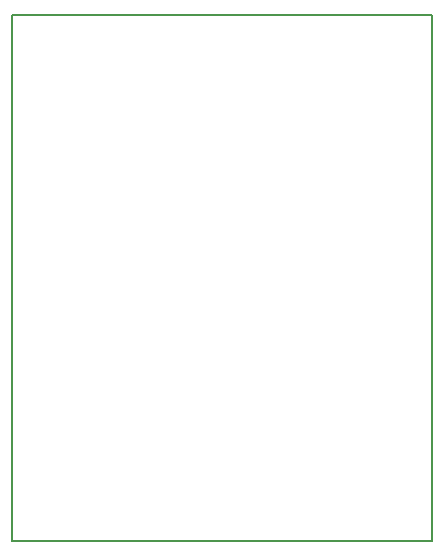
<source format=gm1>
%TF.GenerationSoftware,KiCad,Pcbnew,(6.0.7-1)-1*%
%TF.CreationDate,2022-08-20T15:22:06+08:00*%
%TF.ProjectId,VNH5050A (test),564e4835-3035-4304-9120-287465737429,rev?*%
%TF.SameCoordinates,Original*%
%TF.FileFunction,Profile,NP*%
%FSLAX46Y46*%
G04 Gerber Fmt 4.6, Leading zero omitted, Abs format (unit mm)*
G04 Created by KiCad (PCBNEW (6.0.7-1)-1) date 2022-08-20 15:22:06*
%MOMM*%
%LPD*%
G01*
G04 APERTURE LIST*
%TA.AperFunction,Profile*%
%ADD10C,0.200000*%
%TD*%
G04 APERTURE END LIST*
D10*
X140487400Y-77470000D02*
X176107400Y-77470000D01*
X176107400Y-77470000D02*
X176107400Y-122010000D01*
X176107400Y-122010000D02*
X140487400Y-122010000D01*
X140487400Y-122010000D02*
X140487400Y-77470000D01*
M02*

</source>
